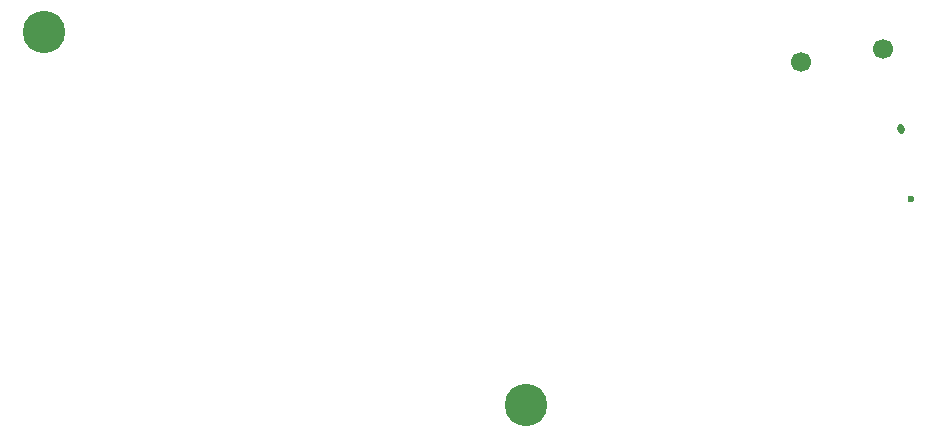
<source format=gbr>
%TF.GenerationSoftware,KiCad,Pcbnew,(6.0.10)*%
%TF.CreationDate,2023-01-19T12:38:20+01:00*%
%TF.ProjectId,QMKMouse,514d4b4d-6f75-4736-952e-6b696361645f,2.001*%
%TF.SameCoordinates,PX5c0b167PY839143b*%
%TF.FileFunction,NonPlated,1,4,NPTH,Mixed*%
%TF.FilePolarity,Positive*%
%FSLAX46Y46*%
G04 Gerber Fmt 4.6, Leading zero omitted, Abs format (unit mm)*
G04 Created by KiCad (PCBNEW (6.0.10)) date 2023-01-19 12:38:20*
%MOMM*%
%LPD*%
G01*
G04 APERTURE LIST*
G04 Aperture macros list*
%AMHorizOval*
0 Thick line with rounded ends*
0 $1 width*
0 $2 $3 position (X,Y) of the first rounded end (center of the circle)*
0 $4 $5 position (X,Y) of the second rounded end (center of the circle)*
0 Add line between two ends*
20,1,$1,$2,$3,$4,$5,0*
0 Add two circle primitives to create the rounded ends*
1,1,$1,$2,$3*
1,1,$1,$4,$5*%
G04 Aperture macros list end*
G04 aperture for slot hole*
%TA.AperFunction,ComponentDrill*%
%ADD10HorizOval,0.600000X-0.019311X0.123499X0.019311X-0.123499X0*%
%TD*%
%TA.AperFunction,ComponentDrill*%
%ADD11C,0.600000*%
%TD*%
%TA.AperFunction,ComponentDrill*%
%ADD12C,1.700000*%
%TD*%
%TA.AperFunction,ComponentDrill*%
%ADD13C,3.592000*%
%TD*%
G04 APERTURE END LIST*
D10*
%TO.C,USB.J.3*%
X98691445Y40323931D03*
D11*
X99618359Y34395966D03*
D12*
%TO.C,USB.J.2*%
X90275001Y46049988D03*
X97190965Y47131390D03*
D13*
%TO.C,HOLE.2*%
X26132000Y48562000D03*
%TO.C,HOLE.1*%
X67003880Y16941559D03*
M02*

</source>
